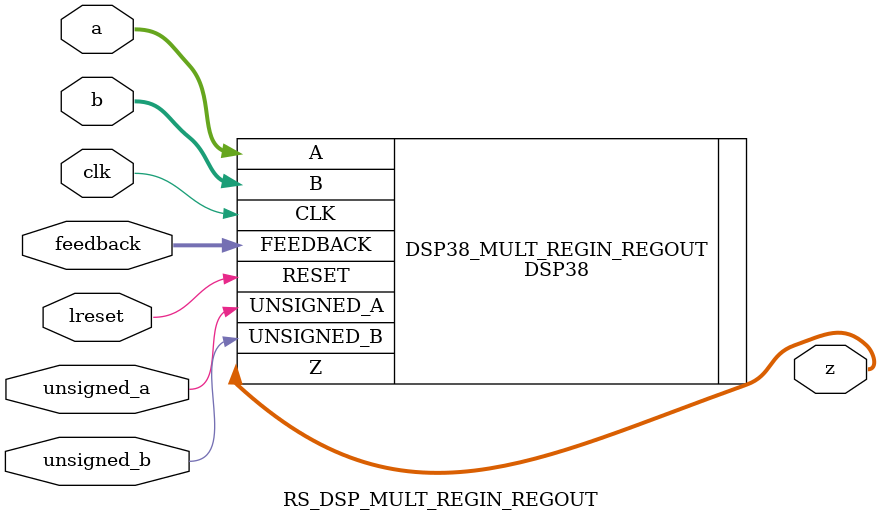
<source format=v>
module RS_DSP_MULT_REGIN_REGOUT (
    input  wire [19:0] a,
    input  wire [17:0] b,
    output wire [37:0] z,

    (* clkbuf_sink *)
    input  wire       clk,
    input  wire       lreset,

    input  wire [2:0] feedback,
    input  wire       unsigned_a,
    input  wire       unsigned_b
);

DSP38 #(
    .DSP_MODE("MULTIPY"),
    .OUTPUT_REG_EN("TRUE"),
    .INPUT_REG_EN("TRUE")
) DSP38_MULT_REGIN_REGOUT (
    .A(a),
    .B(b),
    .Z(z),
    .FEEDBACK(feedback),
    .UNSIGNED_A(unsigned_a),
    .UNSIGNED_B(unsigned_b),
    .CLK(clk),
    .RESET(lreset)
);

endmodule

</source>
